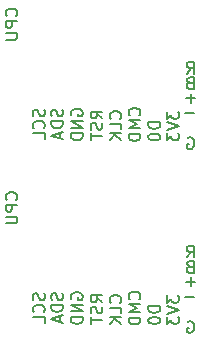
<source format=gbo>
G04 #@! TF.GenerationSoftware,KiCad,Pcbnew,7.0.2-6a45011f42~172~ubuntu22.04.1*
G04 #@! TF.CreationDate,2023-05-25T04:58:00+08:00*
G04 #@! TF.ProjectId,panel_2_1,70616e65-6c5f-4325-9f31-2e6b69636164,rev?*
G04 #@! TF.SameCoordinates,Original*
G04 #@! TF.FileFunction,Legend,Bot*
G04 #@! TF.FilePolarity,Positive*
%FSLAX46Y46*%
G04 Gerber Fmt 4.6, Leading zero omitted, Abs format (unit mm)*
G04 Created by KiCad (PCBNEW 7.0.2-6a45011f42~172~ubuntu22.04.1) date 2023-05-25 04:58:00*
%MOMM*%
%LPD*%
G01*
G04 APERTURE LIST*
%ADD10C,0.150000*%
G04 APERTURE END LIST*
D10*
X37742380Y-46234523D02*
X37790000Y-46186904D01*
X37790000Y-46186904D02*
X37837619Y-46044047D01*
X37837619Y-46044047D02*
X37837619Y-45948809D01*
X37837619Y-45948809D02*
X37790000Y-45805952D01*
X37790000Y-45805952D02*
X37694761Y-45710714D01*
X37694761Y-45710714D02*
X37599523Y-45663095D01*
X37599523Y-45663095D02*
X37409047Y-45615476D01*
X37409047Y-45615476D02*
X37266190Y-45615476D01*
X37266190Y-45615476D02*
X37075714Y-45663095D01*
X37075714Y-45663095D02*
X36980476Y-45710714D01*
X36980476Y-45710714D02*
X36885238Y-45805952D01*
X36885238Y-45805952D02*
X36837619Y-45948809D01*
X36837619Y-45948809D02*
X36837619Y-46044047D01*
X36837619Y-46044047D02*
X36885238Y-46186904D01*
X36885238Y-46186904D02*
X36932857Y-46234523D01*
X37837619Y-46663095D02*
X36837619Y-46663095D01*
X36837619Y-46663095D02*
X37551904Y-46996428D01*
X37551904Y-46996428D02*
X36837619Y-47329761D01*
X36837619Y-47329761D02*
X37837619Y-47329761D01*
X37837619Y-47805952D02*
X36837619Y-47805952D01*
X36837619Y-47805952D02*
X36837619Y-48044047D01*
X36837619Y-48044047D02*
X36885238Y-48186904D01*
X36885238Y-48186904D02*
X36980476Y-48282142D01*
X36980476Y-48282142D02*
X37075714Y-48329761D01*
X37075714Y-48329761D02*
X37266190Y-48377380D01*
X37266190Y-48377380D02*
X37409047Y-48377380D01*
X37409047Y-48377380D02*
X37599523Y-48329761D01*
X37599523Y-48329761D02*
X37694761Y-48282142D01*
X37694761Y-48282142D02*
X37790000Y-48186904D01*
X37790000Y-48186904D02*
X37837619Y-48044047D01*
X37837619Y-48044047D02*
X37837619Y-47805952D01*
X31235000Y-30190476D02*
X31282619Y-30333333D01*
X31282619Y-30333333D02*
X31282619Y-30571428D01*
X31282619Y-30571428D02*
X31235000Y-30666666D01*
X31235000Y-30666666D02*
X31187380Y-30714285D01*
X31187380Y-30714285D02*
X31092142Y-30761904D01*
X31092142Y-30761904D02*
X30996904Y-30761904D01*
X30996904Y-30761904D02*
X30901666Y-30714285D01*
X30901666Y-30714285D02*
X30854047Y-30666666D01*
X30854047Y-30666666D02*
X30806428Y-30571428D01*
X30806428Y-30571428D02*
X30758809Y-30380952D01*
X30758809Y-30380952D02*
X30711190Y-30285714D01*
X30711190Y-30285714D02*
X30663571Y-30238095D01*
X30663571Y-30238095D02*
X30568333Y-30190476D01*
X30568333Y-30190476D02*
X30473095Y-30190476D01*
X30473095Y-30190476D02*
X30377857Y-30238095D01*
X30377857Y-30238095D02*
X30330238Y-30285714D01*
X30330238Y-30285714D02*
X30282619Y-30380952D01*
X30282619Y-30380952D02*
X30282619Y-30619047D01*
X30282619Y-30619047D02*
X30330238Y-30761904D01*
X31282619Y-31190476D02*
X30282619Y-31190476D01*
X30282619Y-31190476D02*
X30282619Y-31428571D01*
X30282619Y-31428571D02*
X30330238Y-31571428D01*
X30330238Y-31571428D02*
X30425476Y-31666666D01*
X30425476Y-31666666D02*
X30520714Y-31714285D01*
X30520714Y-31714285D02*
X30711190Y-31761904D01*
X30711190Y-31761904D02*
X30854047Y-31761904D01*
X30854047Y-31761904D02*
X31044523Y-31714285D01*
X31044523Y-31714285D02*
X31139761Y-31666666D01*
X31139761Y-31666666D02*
X31235000Y-31571428D01*
X31235000Y-31571428D02*
X31282619Y-31428571D01*
X31282619Y-31428571D02*
X31282619Y-31190476D01*
X30996904Y-32142857D02*
X30996904Y-32619047D01*
X31282619Y-32047619D02*
X30282619Y-32380952D01*
X30282619Y-32380952D02*
X31282619Y-32714285D01*
X42466904Y-29216666D02*
X41705000Y-29216666D01*
X42085952Y-29597619D02*
X42085952Y-28835714D01*
X40082619Y-30352857D02*
X40082619Y-30971904D01*
X40082619Y-30971904D02*
X40463571Y-30638571D01*
X40463571Y-30638571D02*
X40463571Y-30781428D01*
X40463571Y-30781428D02*
X40511190Y-30876666D01*
X40511190Y-30876666D02*
X40558809Y-30924285D01*
X40558809Y-30924285D02*
X40654047Y-30971904D01*
X40654047Y-30971904D02*
X40892142Y-30971904D01*
X40892142Y-30971904D02*
X40987380Y-30924285D01*
X40987380Y-30924285D02*
X41035000Y-30876666D01*
X41035000Y-30876666D02*
X41082619Y-30781428D01*
X41082619Y-30781428D02*
X41082619Y-30495714D01*
X41082619Y-30495714D02*
X41035000Y-30400476D01*
X41035000Y-30400476D02*
X40987380Y-30352857D01*
X40082619Y-31257619D02*
X41082619Y-31590952D01*
X41082619Y-31590952D02*
X40082619Y-31924285D01*
X40082619Y-32162381D02*
X40082619Y-32781428D01*
X40082619Y-32781428D02*
X40463571Y-32448095D01*
X40463571Y-32448095D02*
X40463571Y-32590952D01*
X40463571Y-32590952D02*
X40511190Y-32686190D01*
X40511190Y-32686190D02*
X40558809Y-32733809D01*
X40558809Y-32733809D02*
X40654047Y-32781428D01*
X40654047Y-32781428D02*
X40892142Y-32781428D01*
X40892142Y-32781428D02*
X40987380Y-32733809D01*
X40987380Y-32733809D02*
X41035000Y-32686190D01*
X41035000Y-32686190D02*
X41082619Y-32590952D01*
X41082619Y-32590952D02*
X41082619Y-32305238D01*
X41082619Y-32305238D02*
X41035000Y-32210000D01*
X41035000Y-32210000D02*
X40987380Y-32162381D01*
X32000238Y-46231904D02*
X31952619Y-46136666D01*
X31952619Y-46136666D02*
X31952619Y-45993809D01*
X31952619Y-45993809D02*
X32000238Y-45850952D01*
X32000238Y-45850952D02*
X32095476Y-45755714D01*
X32095476Y-45755714D02*
X32190714Y-45708095D01*
X32190714Y-45708095D02*
X32381190Y-45660476D01*
X32381190Y-45660476D02*
X32524047Y-45660476D01*
X32524047Y-45660476D02*
X32714523Y-45708095D01*
X32714523Y-45708095D02*
X32809761Y-45755714D01*
X32809761Y-45755714D02*
X32905000Y-45850952D01*
X32905000Y-45850952D02*
X32952619Y-45993809D01*
X32952619Y-45993809D02*
X32952619Y-46089047D01*
X32952619Y-46089047D02*
X32905000Y-46231904D01*
X32905000Y-46231904D02*
X32857380Y-46279523D01*
X32857380Y-46279523D02*
X32524047Y-46279523D01*
X32524047Y-46279523D02*
X32524047Y-46089047D01*
X32952619Y-46708095D02*
X31952619Y-46708095D01*
X31952619Y-46708095D02*
X32952619Y-47279523D01*
X32952619Y-47279523D02*
X31952619Y-47279523D01*
X32952619Y-47755714D02*
X31952619Y-47755714D01*
X31952619Y-47755714D02*
X31952619Y-47993809D01*
X31952619Y-47993809D02*
X32000238Y-48136666D01*
X32000238Y-48136666D02*
X32095476Y-48231904D01*
X32095476Y-48231904D02*
X32190714Y-48279523D01*
X32190714Y-48279523D02*
X32381190Y-48327142D01*
X32381190Y-48327142D02*
X32524047Y-48327142D01*
X32524047Y-48327142D02*
X32714523Y-48279523D01*
X32714523Y-48279523D02*
X32809761Y-48231904D01*
X32809761Y-48231904D02*
X32905000Y-48136666D01*
X32905000Y-48136666D02*
X32952619Y-47993809D01*
X32952619Y-47993809D02*
X32952619Y-47755714D01*
X29685000Y-45750476D02*
X29732619Y-45893333D01*
X29732619Y-45893333D02*
X29732619Y-46131428D01*
X29732619Y-46131428D02*
X29685000Y-46226666D01*
X29685000Y-46226666D02*
X29637380Y-46274285D01*
X29637380Y-46274285D02*
X29542142Y-46321904D01*
X29542142Y-46321904D02*
X29446904Y-46321904D01*
X29446904Y-46321904D02*
X29351666Y-46274285D01*
X29351666Y-46274285D02*
X29304047Y-46226666D01*
X29304047Y-46226666D02*
X29256428Y-46131428D01*
X29256428Y-46131428D02*
X29208809Y-45940952D01*
X29208809Y-45940952D02*
X29161190Y-45845714D01*
X29161190Y-45845714D02*
X29113571Y-45798095D01*
X29113571Y-45798095D02*
X29018333Y-45750476D01*
X29018333Y-45750476D02*
X28923095Y-45750476D01*
X28923095Y-45750476D02*
X28827857Y-45798095D01*
X28827857Y-45798095D02*
X28780238Y-45845714D01*
X28780238Y-45845714D02*
X28732619Y-45940952D01*
X28732619Y-45940952D02*
X28732619Y-46179047D01*
X28732619Y-46179047D02*
X28780238Y-46321904D01*
X29637380Y-47321904D02*
X29685000Y-47274285D01*
X29685000Y-47274285D02*
X29732619Y-47131428D01*
X29732619Y-47131428D02*
X29732619Y-47036190D01*
X29732619Y-47036190D02*
X29685000Y-46893333D01*
X29685000Y-46893333D02*
X29589761Y-46798095D01*
X29589761Y-46798095D02*
X29494523Y-46750476D01*
X29494523Y-46750476D02*
X29304047Y-46702857D01*
X29304047Y-46702857D02*
X29161190Y-46702857D01*
X29161190Y-46702857D02*
X28970714Y-46750476D01*
X28970714Y-46750476D02*
X28875476Y-46798095D01*
X28875476Y-46798095D02*
X28780238Y-46893333D01*
X28780238Y-46893333D02*
X28732619Y-47036190D01*
X28732619Y-47036190D02*
X28732619Y-47131428D01*
X28732619Y-47131428D02*
X28780238Y-47274285D01*
X28780238Y-47274285D02*
X28827857Y-47321904D01*
X29732619Y-48226666D02*
X29732619Y-47750476D01*
X29732619Y-47750476D02*
X28732619Y-47750476D01*
X31235000Y-45750476D02*
X31282619Y-45893333D01*
X31282619Y-45893333D02*
X31282619Y-46131428D01*
X31282619Y-46131428D02*
X31235000Y-46226666D01*
X31235000Y-46226666D02*
X31187380Y-46274285D01*
X31187380Y-46274285D02*
X31092142Y-46321904D01*
X31092142Y-46321904D02*
X30996904Y-46321904D01*
X30996904Y-46321904D02*
X30901666Y-46274285D01*
X30901666Y-46274285D02*
X30854047Y-46226666D01*
X30854047Y-46226666D02*
X30806428Y-46131428D01*
X30806428Y-46131428D02*
X30758809Y-45940952D01*
X30758809Y-45940952D02*
X30711190Y-45845714D01*
X30711190Y-45845714D02*
X30663571Y-45798095D01*
X30663571Y-45798095D02*
X30568333Y-45750476D01*
X30568333Y-45750476D02*
X30473095Y-45750476D01*
X30473095Y-45750476D02*
X30377857Y-45798095D01*
X30377857Y-45798095D02*
X30330238Y-45845714D01*
X30330238Y-45845714D02*
X30282619Y-45940952D01*
X30282619Y-45940952D02*
X30282619Y-46179047D01*
X30282619Y-46179047D02*
X30330238Y-46321904D01*
X31282619Y-46750476D02*
X30282619Y-46750476D01*
X30282619Y-46750476D02*
X30282619Y-46988571D01*
X30282619Y-46988571D02*
X30330238Y-47131428D01*
X30330238Y-47131428D02*
X30425476Y-47226666D01*
X30425476Y-47226666D02*
X30520714Y-47274285D01*
X30520714Y-47274285D02*
X30711190Y-47321904D01*
X30711190Y-47321904D02*
X30854047Y-47321904D01*
X30854047Y-47321904D02*
X31044523Y-47274285D01*
X31044523Y-47274285D02*
X31139761Y-47226666D01*
X31139761Y-47226666D02*
X31235000Y-47131428D01*
X31235000Y-47131428D02*
X31282619Y-46988571D01*
X31282619Y-46988571D02*
X31282619Y-46750476D01*
X30996904Y-47702857D02*
X30996904Y-48179047D01*
X31282619Y-47607619D02*
X30282619Y-47940952D01*
X30282619Y-47940952D02*
X31282619Y-48274285D01*
X27337380Y-37819523D02*
X27385000Y-37771904D01*
X27385000Y-37771904D02*
X27432619Y-37629047D01*
X27432619Y-37629047D02*
X27432619Y-37533809D01*
X27432619Y-37533809D02*
X27385000Y-37390952D01*
X27385000Y-37390952D02*
X27289761Y-37295714D01*
X27289761Y-37295714D02*
X27194523Y-37248095D01*
X27194523Y-37248095D02*
X27004047Y-37200476D01*
X27004047Y-37200476D02*
X26861190Y-37200476D01*
X26861190Y-37200476D02*
X26670714Y-37248095D01*
X26670714Y-37248095D02*
X26575476Y-37295714D01*
X26575476Y-37295714D02*
X26480238Y-37390952D01*
X26480238Y-37390952D02*
X26432619Y-37533809D01*
X26432619Y-37533809D02*
X26432619Y-37629047D01*
X26432619Y-37629047D02*
X26480238Y-37771904D01*
X26480238Y-37771904D02*
X26527857Y-37819523D01*
X27432619Y-38248095D02*
X26432619Y-38248095D01*
X26432619Y-38248095D02*
X26432619Y-38629047D01*
X26432619Y-38629047D02*
X26480238Y-38724285D01*
X26480238Y-38724285D02*
X26527857Y-38771904D01*
X26527857Y-38771904D02*
X26623095Y-38819523D01*
X26623095Y-38819523D02*
X26765952Y-38819523D01*
X26765952Y-38819523D02*
X26861190Y-38771904D01*
X26861190Y-38771904D02*
X26908809Y-38724285D01*
X26908809Y-38724285D02*
X26956428Y-38629047D01*
X26956428Y-38629047D02*
X26956428Y-38248095D01*
X26432619Y-39248095D02*
X27242142Y-39248095D01*
X27242142Y-39248095D02*
X27337380Y-39295714D01*
X27337380Y-39295714D02*
X27385000Y-39343333D01*
X27385000Y-39343333D02*
X27432619Y-39438571D01*
X27432619Y-39438571D02*
X27432619Y-39629047D01*
X27432619Y-39629047D02*
X27385000Y-39724285D01*
X27385000Y-39724285D02*
X27337380Y-39771904D01*
X27337380Y-39771904D02*
X27242142Y-39819523D01*
X27242142Y-39819523D02*
X26432619Y-39819523D01*
X41833095Y-32585238D02*
X41928333Y-32537619D01*
X41928333Y-32537619D02*
X42071190Y-32537619D01*
X42071190Y-32537619D02*
X42214047Y-32585238D01*
X42214047Y-32585238D02*
X42309285Y-32680476D01*
X42309285Y-32680476D02*
X42356904Y-32775714D01*
X42356904Y-32775714D02*
X42404523Y-32966190D01*
X42404523Y-32966190D02*
X42404523Y-33109047D01*
X42404523Y-33109047D02*
X42356904Y-33299523D01*
X42356904Y-33299523D02*
X42309285Y-33394761D01*
X42309285Y-33394761D02*
X42214047Y-33490000D01*
X42214047Y-33490000D02*
X42071190Y-33537619D01*
X42071190Y-33537619D02*
X41975952Y-33537619D01*
X41975952Y-33537619D02*
X41833095Y-33490000D01*
X41833095Y-33490000D02*
X41785476Y-33442380D01*
X41785476Y-33442380D02*
X41785476Y-33109047D01*
X41785476Y-33109047D02*
X41975952Y-33109047D01*
X42466904Y-44776666D02*
X41705000Y-44776666D01*
X42085952Y-45157619D02*
X42085952Y-44395714D01*
X40082619Y-45912857D02*
X40082619Y-46531904D01*
X40082619Y-46531904D02*
X40463571Y-46198571D01*
X40463571Y-46198571D02*
X40463571Y-46341428D01*
X40463571Y-46341428D02*
X40511190Y-46436666D01*
X40511190Y-46436666D02*
X40558809Y-46484285D01*
X40558809Y-46484285D02*
X40654047Y-46531904D01*
X40654047Y-46531904D02*
X40892142Y-46531904D01*
X40892142Y-46531904D02*
X40987380Y-46484285D01*
X40987380Y-46484285D02*
X41035000Y-46436666D01*
X41035000Y-46436666D02*
X41082619Y-46341428D01*
X41082619Y-46341428D02*
X41082619Y-46055714D01*
X41082619Y-46055714D02*
X41035000Y-45960476D01*
X41035000Y-45960476D02*
X40987380Y-45912857D01*
X40082619Y-46817619D02*
X41082619Y-47150952D01*
X41082619Y-47150952D02*
X40082619Y-47484285D01*
X40082619Y-47722381D02*
X40082619Y-48341428D01*
X40082619Y-48341428D02*
X40463571Y-48008095D01*
X40463571Y-48008095D02*
X40463571Y-48150952D01*
X40463571Y-48150952D02*
X40511190Y-48246190D01*
X40511190Y-48246190D02*
X40558809Y-48293809D01*
X40558809Y-48293809D02*
X40654047Y-48341428D01*
X40654047Y-48341428D02*
X40892142Y-48341428D01*
X40892142Y-48341428D02*
X40987380Y-48293809D01*
X40987380Y-48293809D02*
X41035000Y-48246190D01*
X41035000Y-48246190D02*
X41082619Y-48150952D01*
X41082619Y-48150952D02*
X41082619Y-47865238D01*
X41082619Y-47865238D02*
X41035000Y-47770000D01*
X41035000Y-47770000D02*
X40987380Y-47722381D01*
X34622619Y-30929523D02*
X34146428Y-30596190D01*
X34622619Y-30358095D02*
X33622619Y-30358095D01*
X33622619Y-30358095D02*
X33622619Y-30739047D01*
X33622619Y-30739047D02*
X33670238Y-30834285D01*
X33670238Y-30834285D02*
X33717857Y-30881904D01*
X33717857Y-30881904D02*
X33813095Y-30929523D01*
X33813095Y-30929523D02*
X33955952Y-30929523D01*
X33955952Y-30929523D02*
X34051190Y-30881904D01*
X34051190Y-30881904D02*
X34098809Y-30834285D01*
X34098809Y-30834285D02*
X34146428Y-30739047D01*
X34146428Y-30739047D02*
X34146428Y-30358095D01*
X34575000Y-31310476D02*
X34622619Y-31453333D01*
X34622619Y-31453333D02*
X34622619Y-31691428D01*
X34622619Y-31691428D02*
X34575000Y-31786666D01*
X34575000Y-31786666D02*
X34527380Y-31834285D01*
X34527380Y-31834285D02*
X34432142Y-31881904D01*
X34432142Y-31881904D02*
X34336904Y-31881904D01*
X34336904Y-31881904D02*
X34241666Y-31834285D01*
X34241666Y-31834285D02*
X34194047Y-31786666D01*
X34194047Y-31786666D02*
X34146428Y-31691428D01*
X34146428Y-31691428D02*
X34098809Y-31500952D01*
X34098809Y-31500952D02*
X34051190Y-31405714D01*
X34051190Y-31405714D02*
X34003571Y-31358095D01*
X34003571Y-31358095D02*
X33908333Y-31310476D01*
X33908333Y-31310476D02*
X33813095Y-31310476D01*
X33813095Y-31310476D02*
X33717857Y-31358095D01*
X33717857Y-31358095D02*
X33670238Y-31405714D01*
X33670238Y-31405714D02*
X33622619Y-31500952D01*
X33622619Y-31500952D02*
X33622619Y-31739047D01*
X33622619Y-31739047D02*
X33670238Y-31881904D01*
X33622619Y-32167619D02*
X33622619Y-32739047D01*
X34622619Y-32453333D02*
X33622619Y-32453333D01*
X41775476Y-27137619D02*
X42108809Y-26661428D01*
X42346904Y-27137619D02*
X42346904Y-26137619D01*
X42346904Y-26137619D02*
X41965952Y-26137619D01*
X41965952Y-26137619D02*
X41870714Y-26185238D01*
X41870714Y-26185238D02*
X41823095Y-26232857D01*
X41823095Y-26232857D02*
X41775476Y-26328095D01*
X41775476Y-26328095D02*
X41775476Y-26470952D01*
X41775476Y-26470952D02*
X41823095Y-26566190D01*
X41823095Y-26566190D02*
X41870714Y-26613809D01*
X41870714Y-26613809D02*
X41965952Y-26661428D01*
X41965952Y-26661428D02*
X42346904Y-26661428D01*
X42013571Y-43473809D02*
X41870714Y-43521428D01*
X41870714Y-43521428D02*
X41823095Y-43569047D01*
X41823095Y-43569047D02*
X41775476Y-43664285D01*
X41775476Y-43664285D02*
X41775476Y-43807142D01*
X41775476Y-43807142D02*
X41823095Y-43902380D01*
X41823095Y-43902380D02*
X41870714Y-43950000D01*
X41870714Y-43950000D02*
X41965952Y-43997619D01*
X41965952Y-43997619D02*
X42346904Y-43997619D01*
X42346904Y-43997619D02*
X42346904Y-42997619D01*
X42346904Y-42997619D02*
X42013571Y-42997619D01*
X42013571Y-42997619D02*
X41918333Y-43045238D01*
X41918333Y-43045238D02*
X41870714Y-43092857D01*
X41870714Y-43092857D02*
X41823095Y-43188095D01*
X41823095Y-43188095D02*
X41823095Y-43283333D01*
X41823095Y-43283333D02*
X41870714Y-43378571D01*
X41870714Y-43378571D02*
X41918333Y-43426190D01*
X41918333Y-43426190D02*
X42013571Y-43473809D01*
X42013571Y-43473809D02*
X42346904Y-43473809D01*
X34622619Y-46489523D02*
X34146428Y-46156190D01*
X34622619Y-45918095D02*
X33622619Y-45918095D01*
X33622619Y-45918095D02*
X33622619Y-46299047D01*
X33622619Y-46299047D02*
X33670238Y-46394285D01*
X33670238Y-46394285D02*
X33717857Y-46441904D01*
X33717857Y-46441904D02*
X33813095Y-46489523D01*
X33813095Y-46489523D02*
X33955952Y-46489523D01*
X33955952Y-46489523D02*
X34051190Y-46441904D01*
X34051190Y-46441904D02*
X34098809Y-46394285D01*
X34098809Y-46394285D02*
X34146428Y-46299047D01*
X34146428Y-46299047D02*
X34146428Y-45918095D01*
X34575000Y-46870476D02*
X34622619Y-47013333D01*
X34622619Y-47013333D02*
X34622619Y-47251428D01*
X34622619Y-47251428D02*
X34575000Y-47346666D01*
X34575000Y-47346666D02*
X34527380Y-47394285D01*
X34527380Y-47394285D02*
X34432142Y-47441904D01*
X34432142Y-47441904D02*
X34336904Y-47441904D01*
X34336904Y-47441904D02*
X34241666Y-47394285D01*
X34241666Y-47394285D02*
X34194047Y-47346666D01*
X34194047Y-47346666D02*
X34146428Y-47251428D01*
X34146428Y-47251428D02*
X34098809Y-47060952D01*
X34098809Y-47060952D02*
X34051190Y-46965714D01*
X34051190Y-46965714D02*
X34003571Y-46918095D01*
X34003571Y-46918095D02*
X33908333Y-46870476D01*
X33908333Y-46870476D02*
X33813095Y-46870476D01*
X33813095Y-46870476D02*
X33717857Y-46918095D01*
X33717857Y-46918095D02*
X33670238Y-46965714D01*
X33670238Y-46965714D02*
X33622619Y-47060952D01*
X33622619Y-47060952D02*
X33622619Y-47299047D01*
X33622619Y-47299047D02*
X33670238Y-47441904D01*
X33622619Y-47727619D02*
X33622619Y-48299047D01*
X34622619Y-48013333D02*
X33622619Y-48013333D01*
X29685000Y-30190476D02*
X29732619Y-30333333D01*
X29732619Y-30333333D02*
X29732619Y-30571428D01*
X29732619Y-30571428D02*
X29685000Y-30666666D01*
X29685000Y-30666666D02*
X29637380Y-30714285D01*
X29637380Y-30714285D02*
X29542142Y-30761904D01*
X29542142Y-30761904D02*
X29446904Y-30761904D01*
X29446904Y-30761904D02*
X29351666Y-30714285D01*
X29351666Y-30714285D02*
X29304047Y-30666666D01*
X29304047Y-30666666D02*
X29256428Y-30571428D01*
X29256428Y-30571428D02*
X29208809Y-30380952D01*
X29208809Y-30380952D02*
X29161190Y-30285714D01*
X29161190Y-30285714D02*
X29113571Y-30238095D01*
X29113571Y-30238095D02*
X29018333Y-30190476D01*
X29018333Y-30190476D02*
X28923095Y-30190476D01*
X28923095Y-30190476D02*
X28827857Y-30238095D01*
X28827857Y-30238095D02*
X28780238Y-30285714D01*
X28780238Y-30285714D02*
X28732619Y-30380952D01*
X28732619Y-30380952D02*
X28732619Y-30619047D01*
X28732619Y-30619047D02*
X28780238Y-30761904D01*
X29637380Y-31761904D02*
X29685000Y-31714285D01*
X29685000Y-31714285D02*
X29732619Y-31571428D01*
X29732619Y-31571428D02*
X29732619Y-31476190D01*
X29732619Y-31476190D02*
X29685000Y-31333333D01*
X29685000Y-31333333D02*
X29589761Y-31238095D01*
X29589761Y-31238095D02*
X29494523Y-31190476D01*
X29494523Y-31190476D02*
X29304047Y-31142857D01*
X29304047Y-31142857D02*
X29161190Y-31142857D01*
X29161190Y-31142857D02*
X28970714Y-31190476D01*
X28970714Y-31190476D02*
X28875476Y-31238095D01*
X28875476Y-31238095D02*
X28780238Y-31333333D01*
X28780238Y-31333333D02*
X28732619Y-31476190D01*
X28732619Y-31476190D02*
X28732619Y-31571428D01*
X28732619Y-31571428D02*
X28780238Y-31714285D01*
X28780238Y-31714285D02*
X28827857Y-31761904D01*
X29732619Y-32666666D02*
X29732619Y-32190476D01*
X29732619Y-32190476D02*
X28732619Y-32190476D01*
X39512619Y-31258095D02*
X38512619Y-31258095D01*
X38512619Y-31258095D02*
X38512619Y-31496190D01*
X38512619Y-31496190D02*
X38560238Y-31639047D01*
X38560238Y-31639047D02*
X38655476Y-31734285D01*
X38655476Y-31734285D02*
X38750714Y-31781904D01*
X38750714Y-31781904D02*
X38941190Y-31829523D01*
X38941190Y-31829523D02*
X39084047Y-31829523D01*
X39084047Y-31829523D02*
X39274523Y-31781904D01*
X39274523Y-31781904D02*
X39369761Y-31734285D01*
X39369761Y-31734285D02*
X39465000Y-31639047D01*
X39465000Y-31639047D02*
X39512619Y-31496190D01*
X39512619Y-31496190D02*
X39512619Y-31258095D01*
X38512619Y-32448571D02*
X38512619Y-32543809D01*
X38512619Y-32543809D02*
X38560238Y-32639047D01*
X38560238Y-32639047D02*
X38607857Y-32686666D01*
X38607857Y-32686666D02*
X38703095Y-32734285D01*
X38703095Y-32734285D02*
X38893571Y-32781904D01*
X38893571Y-32781904D02*
X39131666Y-32781904D01*
X39131666Y-32781904D02*
X39322142Y-32734285D01*
X39322142Y-32734285D02*
X39417380Y-32686666D01*
X39417380Y-32686666D02*
X39465000Y-32639047D01*
X39465000Y-32639047D02*
X39512619Y-32543809D01*
X39512619Y-32543809D02*
X39512619Y-32448571D01*
X39512619Y-32448571D02*
X39465000Y-32353333D01*
X39465000Y-32353333D02*
X39417380Y-32305714D01*
X39417380Y-32305714D02*
X39322142Y-32258095D01*
X39322142Y-32258095D02*
X39131666Y-32210476D01*
X39131666Y-32210476D02*
X38893571Y-32210476D01*
X38893571Y-32210476D02*
X38703095Y-32258095D01*
X38703095Y-32258095D02*
X38607857Y-32305714D01*
X38607857Y-32305714D02*
X38560238Y-32353333D01*
X38560238Y-32353333D02*
X38512619Y-32448571D01*
X42376904Y-30486666D02*
X41615000Y-30486666D01*
X39512619Y-46818095D02*
X38512619Y-46818095D01*
X38512619Y-46818095D02*
X38512619Y-47056190D01*
X38512619Y-47056190D02*
X38560238Y-47199047D01*
X38560238Y-47199047D02*
X38655476Y-47294285D01*
X38655476Y-47294285D02*
X38750714Y-47341904D01*
X38750714Y-47341904D02*
X38941190Y-47389523D01*
X38941190Y-47389523D02*
X39084047Y-47389523D01*
X39084047Y-47389523D02*
X39274523Y-47341904D01*
X39274523Y-47341904D02*
X39369761Y-47294285D01*
X39369761Y-47294285D02*
X39465000Y-47199047D01*
X39465000Y-47199047D02*
X39512619Y-47056190D01*
X39512619Y-47056190D02*
X39512619Y-46818095D01*
X38512619Y-48008571D02*
X38512619Y-48103809D01*
X38512619Y-48103809D02*
X38560238Y-48199047D01*
X38560238Y-48199047D02*
X38607857Y-48246666D01*
X38607857Y-48246666D02*
X38703095Y-48294285D01*
X38703095Y-48294285D02*
X38893571Y-48341904D01*
X38893571Y-48341904D02*
X39131666Y-48341904D01*
X39131666Y-48341904D02*
X39322142Y-48294285D01*
X39322142Y-48294285D02*
X39417380Y-48246666D01*
X39417380Y-48246666D02*
X39465000Y-48199047D01*
X39465000Y-48199047D02*
X39512619Y-48103809D01*
X39512619Y-48103809D02*
X39512619Y-48008571D01*
X39512619Y-48008571D02*
X39465000Y-47913333D01*
X39465000Y-47913333D02*
X39417380Y-47865714D01*
X39417380Y-47865714D02*
X39322142Y-47818095D01*
X39322142Y-47818095D02*
X39131666Y-47770476D01*
X39131666Y-47770476D02*
X38893571Y-47770476D01*
X38893571Y-47770476D02*
X38703095Y-47818095D01*
X38703095Y-47818095D02*
X38607857Y-47865714D01*
X38607857Y-47865714D02*
X38560238Y-47913333D01*
X38560238Y-47913333D02*
X38512619Y-48008571D01*
X42013571Y-27913809D02*
X41870714Y-27961428D01*
X41870714Y-27961428D02*
X41823095Y-28009047D01*
X41823095Y-28009047D02*
X41775476Y-28104285D01*
X41775476Y-28104285D02*
X41775476Y-28247142D01*
X41775476Y-28247142D02*
X41823095Y-28342380D01*
X41823095Y-28342380D02*
X41870714Y-28390000D01*
X41870714Y-28390000D02*
X41965952Y-28437619D01*
X41965952Y-28437619D02*
X42346904Y-28437619D01*
X42346904Y-28437619D02*
X42346904Y-27437619D01*
X42346904Y-27437619D02*
X42013571Y-27437619D01*
X42013571Y-27437619D02*
X41918333Y-27485238D01*
X41918333Y-27485238D02*
X41870714Y-27532857D01*
X41870714Y-27532857D02*
X41823095Y-27628095D01*
X41823095Y-27628095D02*
X41823095Y-27723333D01*
X41823095Y-27723333D02*
X41870714Y-27818571D01*
X41870714Y-27818571D02*
X41918333Y-27866190D01*
X41918333Y-27866190D02*
X42013571Y-27913809D01*
X42013571Y-27913809D02*
X42346904Y-27913809D01*
X32000238Y-30671904D02*
X31952619Y-30576666D01*
X31952619Y-30576666D02*
X31952619Y-30433809D01*
X31952619Y-30433809D02*
X32000238Y-30290952D01*
X32000238Y-30290952D02*
X32095476Y-30195714D01*
X32095476Y-30195714D02*
X32190714Y-30148095D01*
X32190714Y-30148095D02*
X32381190Y-30100476D01*
X32381190Y-30100476D02*
X32524047Y-30100476D01*
X32524047Y-30100476D02*
X32714523Y-30148095D01*
X32714523Y-30148095D02*
X32809761Y-30195714D01*
X32809761Y-30195714D02*
X32905000Y-30290952D01*
X32905000Y-30290952D02*
X32952619Y-30433809D01*
X32952619Y-30433809D02*
X32952619Y-30529047D01*
X32952619Y-30529047D02*
X32905000Y-30671904D01*
X32905000Y-30671904D02*
X32857380Y-30719523D01*
X32857380Y-30719523D02*
X32524047Y-30719523D01*
X32524047Y-30719523D02*
X32524047Y-30529047D01*
X32952619Y-31148095D02*
X31952619Y-31148095D01*
X31952619Y-31148095D02*
X32952619Y-31719523D01*
X32952619Y-31719523D02*
X31952619Y-31719523D01*
X32952619Y-32195714D02*
X31952619Y-32195714D01*
X31952619Y-32195714D02*
X31952619Y-32433809D01*
X31952619Y-32433809D02*
X32000238Y-32576666D01*
X32000238Y-32576666D02*
X32095476Y-32671904D01*
X32095476Y-32671904D02*
X32190714Y-32719523D01*
X32190714Y-32719523D02*
X32381190Y-32767142D01*
X32381190Y-32767142D02*
X32524047Y-32767142D01*
X32524047Y-32767142D02*
X32714523Y-32719523D01*
X32714523Y-32719523D02*
X32809761Y-32671904D01*
X32809761Y-32671904D02*
X32905000Y-32576666D01*
X32905000Y-32576666D02*
X32952619Y-32433809D01*
X32952619Y-32433809D02*
X32952619Y-32195714D01*
X37742380Y-30674523D02*
X37790000Y-30626904D01*
X37790000Y-30626904D02*
X37837619Y-30484047D01*
X37837619Y-30484047D02*
X37837619Y-30388809D01*
X37837619Y-30388809D02*
X37790000Y-30245952D01*
X37790000Y-30245952D02*
X37694761Y-30150714D01*
X37694761Y-30150714D02*
X37599523Y-30103095D01*
X37599523Y-30103095D02*
X37409047Y-30055476D01*
X37409047Y-30055476D02*
X37266190Y-30055476D01*
X37266190Y-30055476D02*
X37075714Y-30103095D01*
X37075714Y-30103095D02*
X36980476Y-30150714D01*
X36980476Y-30150714D02*
X36885238Y-30245952D01*
X36885238Y-30245952D02*
X36837619Y-30388809D01*
X36837619Y-30388809D02*
X36837619Y-30484047D01*
X36837619Y-30484047D02*
X36885238Y-30626904D01*
X36885238Y-30626904D02*
X36932857Y-30674523D01*
X37837619Y-31103095D02*
X36837619Y-31103095D01*
X36837619Y-31103095D02*
X37551904Y-31436428D01*
X37551904Y-31436428D02*
X36837619Y-31769761D01*
X36837619Y-31769761D02*
X37837619Y-31769761D01*
X37837619Y-32245952D02*
X36837619Y-32245952D01*
X36837619Y-32245952D02*
X36837619Y-32484047D01*
X36837619Y-32484047D02*
X36885238Y-32626904D01*
X36885238Y-32626904D02*
X36980476Y-32722142D01*
X36980476Y-32722142D02*
X37075714Y-32769761D01*
X37075714Y-32769761D02*
X37266190Y-32817380D01*
X37266190Y-32817380D02*
X37409047Y-32817380D01*
X37409047Y-32817380D02*
X37599523Y-32769761D01*
X37599523Y-32769761D02*
X37694761Y-32722142D01*
X37694761Y-32722142D02*
X37790000Y-32626904D01*
X37790000Y-32626904D02*
X37837619Y-32484047D01*
X37837619Y-32484047D02*
X37837619Y-32245952D01*
X27337380Y-22259523D02*
X27385000Y-22211904D01*
X27385000Y-22211904D02*
X27432619Y-22069047D01*
X27432619Y-22069047D02*
X27432619Y-21973809D01*
X27432619Y-21973809D02*
X27385000Y-21830952D01*
X27385000Y-21830952D02*
X27289761Y-21735714D01*
X27289761Y-21735714D02*
X27194523Y-21688095D01*
X27194523Y-21688095D02*
X27004047Y-21640476D01*
X27004047Y-21640476D02*
X26861190Y-21640476D01*
X26861190Y-21640476D02*
X26670714Y-21688095D01*
X26670714Y-21688095D02*
X26575476Y-21735714D01*
X26575476Y-21735714D02*
X26480238Y-21830952D01*
X26480238Y-21830952D02*
X26432619Y-21973809D01*
X26432619Y-21973809D02*
X26432619Y-22069047D01*
X26432619Y-22069047D02*
X26480238Y-22211904D01*
X26480238Y-22211904D02*
X26527857Y-22259523D01*
X27432619Y-22688095D02*
X26432619Y-22688095D01*
X26432619Y-22688095D02*
X26432619Y-23069047D01*
X26432619Y-23069047D02*
X26480238Y-23164285D01*
X26480238Y-23164285D02*
X26527857Y-23211904D01*
X26527857Y-23211904D02*
X26623095Y-23259523D01*
X26623095Y-23259523D02*
X26765952Y-23259523D01*
X26765952Y-23259523D02*
X26861190Y-23211904D01*
X26861190Y-23211904D02*
X26908809Y-23164285D01*
X26908809Y-23164285D02*
X26956428Y-23069047D01*
X26956428Y-23069047D02*
X26956428Y-22688095D01*
X26432619Y-23688095D02*
X27242142Y-23688095D01*
X27242142Y-23688095D02*
X27337380Y-23735714D01*
X27337380Y-23735714D02*
X27385000Y-23783333D01*
X27385000Y-23783333D02*
X27432619Y-23878571D01*
X27432619Y-23878571D02*
X27432619Y-24069047D01*
X27432619Y-24069047D02*
X27385000Y-24164285D01*
X27385000Y-24164285D02*
X27337380Y-24211904D01*
X27337380Y-24211904D02*
X27242142Y-24259523D01*
X27242142Y-24259523D02*
X26432619Y-24259523D01*
X41775476Y-42697619D02*
X42108809Y-42221428D01*
X42346904Y-42697619D02*
X42346904Y-41697619D01*
X42346904Y-41697619D02*
X41965952Y-41697619D01*
X41965952Y-41697619D02*
X41870714Y-41745238D01*
X41870714Y-41745238D02*
X41823095Y-41792857D01*
X41823095Y-41792857D02*
X41775476Y-41888095D01*
X41775476Y-41888095D02*
X41775476Y-42030952D01*
X41775476Y-42030952D02*
X41823095Y-42126190D01*
X41823095Y-42126190D02*
X41870714Y-42173809D01*
X41870714Y-42173809D02*
X41965952Y-42221428D01*
X41965952Y-42221428D02*
X42346904Y-42221428D01*
X41833095Y-48145238D02*
X41928333Y-48097619D01*
X41928333Y-48097619D02*
X42071190Y-48097619D01*
X42071190Y-48097619D02*
X42214047Y-48145238D01*
X42214047Y-48145238D02*
X42309285Y-48240476D01*
X42309285Y-48240476D02*
X42356904Y-48335714D01*
X42356904Y-48335714D02*
X42404523Y-48526190D01*
X42404523Y-48526190D02*
X42404523Y-48669047D01*
X42404523Y-48669047D02*
X42356904Y-48859523D01*
X42356904Y-48859523D02*
X42309285Y-48954761D01*
X42309285Y-48954761D02*
X42214047Y-49050000D01*
X42214047Y-49050000D02*
X42071190Y-49097619D01*
X42071190Y-49097619D02*
X41975952Y-49097619D01*
X41975952Y-49097619D02*
X41833095Y-49050000D01*
X41833095Y-49050000D02*
X41785476Y-49002380D01*
X41785476Y-49002380D02*
X41785476Y-48669047D01*
X41785476Y-48669047D02*
X41975952Y-48669047D01*
X42376904Y-46046666D02*
X41615000Y-46046666D01*
X36132380Y-30964523D02*
X36180000Y-30916904D01*
X36180000Y-30916904D02*
X36227619Y-30774047D01*
X36227619Y-30774047D02*
X36227619Y-30678809D01*
X36227619Y-30678809D02*
X36180000Y-30535952D01*
X36180000Y-30535952D02*
X36084761Y-30440714D01*
X36084761Y-30440714D02*
X35989523Y-30393095D01*
X35989523Y-30393095D02*
X35799047Y-30345476D01*
X35799047Y-30345476D02*
X35656190Y-30345476D01*
X35656190Y-30345476D02*
X35465714Y-30393095D01*
X35465714Y-30393095D02*
X35370476Y-30440714D01*
X35370476Y-30440714D02*
X35275238Y-30535952D01*
X35275238Y-30535952D02*
X35227619Y-30678809D01*
X35227619Y-30678809D02*
X35227619Y-30774047D01*
X35227619Y-30774047D02*
X35275238Y-30916904D01*
X35275238Y-30916904D02*
X35322857Y-30964523D01*
X36227619Y-31869285D02*
X36227619Y-31393095D01*
X36227619Y-31393095D02*
X35227619Y-31393095D01*
X36227619Y-32202619D02*
X35227619Y-32202619D01*
X36227619Y-32774047D02*
X35656190Y-32345476D01*
X35227619Y-32774047D02*
X35799047Y-32202619D01*
X36132380Y-46524523D02*
X36180000Y-46476904D01*
X36180000Y-46476904D02*
X36227619Y-46334047D01*
X36227619Y-46334047D02*
X36227619Y-46238809D01*
X36227619Y-46238809D02*
X36180000Y-46095952D01*
X36180000Y-46095952D02*
X36084761Y-46000714D01*
X36084761Y-46000714D02*
X35989523Y-45953095D01*
X35989523Y-45953095D02*
X35799047Y-45905476D01*
X35799047Y-45905476D02*
X35656190Y-45905476D01*
X35656190Y-45905476D02*
X35465714Y-45953095D01*
X35465714Y-45953095D02*
X35370476Y-46000714D01*
X35370476Y-46000714D02*
X35275238Y-46095952D01*
X35275238Y-46095952D02*
X35227619Y-46238809D01*
X35227619Y-46238809D02*
X35227619Y-46334047D01*
X35227619Y-46334047D02*
X35275238Y-46476904D01*
X35275238Y-46476904D02*
X35322857Y-46524523D01*
X36227619Y-47429285D02*
X36227619Y-46953095D01*
X36227619Y-46953095D02*
X35227619Y-46953095D01*
X36227619Y-47762619D02*
X35227619Y-47762619D01*
X36227619Y-48334047D02*
X35656190Y-47905476D01*
X35227619Y-48334047D02*
X35799047Y-47762619D01*
M02*

</source>
